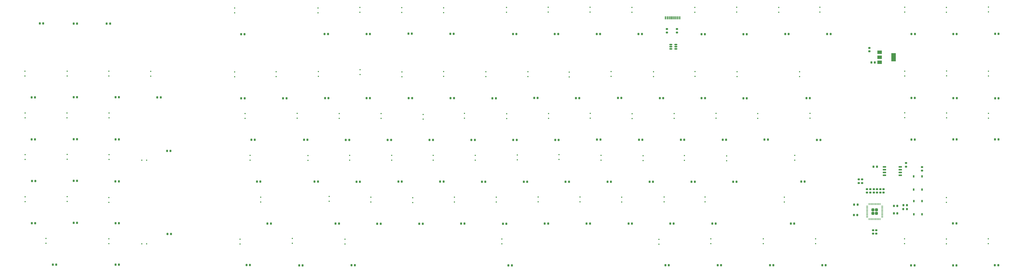
<source format=gbr>
%TF.GenerationSoftware,KiCad,Pcbnew,8.0.1-8.0.1-1~ubuntu22.04.1*%
%TF.CreationDate,2024-03-21T20:32:24+01:00*%
%TF.ProjectId,keyboard_pcb,6b657962-6f61-4726-945f-7063622e6b69,rev?*%
%TF.SameCoordinates,Original*%
%TF.FileFunction,Paste,Bot*%
%TF.FilePolarity,Positive*%
%FSLAX46Y46*%
G04 Gerber Fmt 4.6, Leading zero omitted, Abs format (unit mm)*
G04 Created by KiCad (PCBNEW 8.0.1-8.0.1-1~ubuntu22.04.1) date 2024-03-21 20:32:24*
%MOMM*%
%LPD*%
G01*
G04 APERTURE LIST*
G04 Aperture macros list*
%AMRoundRect*
0 Rectangle with rounded corners*
0 $1 Rounding radius*
0 $2 $3 $4 $5 $6 $7 $8 $9 X,Y pos of 4 corners*
0 Add a 4 corners polygon primitive as box body*
4,1,4,$2,$3,$4,$5,$6,$7,$8,$9,$2,$3,0*
0 Add four circle primitives for the rounded corners*
1,1,$1+$1,$2,$3*
1,1,$1+$1,$4,$5*
1,1,$1+$1,$6,$7*
1,1,$1+$1,$8,$9*
0 Add four rect primitives between the rounded corners*
20,1,$1+$1,$2,$3,$4,$5,0*
20,1,$1+$1,$4,$5,$6,$7,0*
20,1,$1+$1,$6,$7,$8,$9,0*
20,1,$1+$1,$8,$9,$2,$3,0*%
G04 Aperture macros list end*
%ADD10RoundRect,0.125000X-0.125000X0.125000X-0.125000X-0.125000X0.125000X-0.125000X0.125000X0.125000X0*%
%ADD11RoundRect,0.225000X-0.225000X-0.250000X0.225000X-0.250000X0.225000X0.250000X-0.225000X0.250000X0*%
%ADD12RoundRect,0.200000X0.275000X-0.200000X0.275000X0.200000X-0.275000X0.200000X-0.275000X-0.200000X0*%
%ADD13R,2.000000X1.500000*%
%ADD14R,2.000000X3.800000*%
%ADD15RoundRect,0.225000X0.225000X0.250000X-0.225000X0.250000X-0.225000X-0.250000X0.225000X-0.250000X0*%
%ADD16RoundRect,0.249999X0.395001X0.395001X-0.395001X0.395001X-0.395001X-0.395001X0.395001X-0.395001X0*%
%ADD17RoundRect,0.050000X0.387500X0.050000X-0.387500X0.050000X-0.387500X-0.050000X0.387500X-0.050000X0*%
%ADD18RoundRect,0.050000X0.050000X0.387500X-0.050000X0.387500X-0.050000X-0.387500X0.050000X-0.387500X0*%
%ADD19RoundRect,0.125000X-0.125000X-0.125000X0.125000X-0.125000X0.125000X0.125000X-0.125000X0.125000X0*%
%ADD20R,0.750000X1.000000*%
%ADD21RoundRect,0.225000X0.250000X-0.225000X0.250000X0.225000X-0.250000X0.225000X-0.250000X-0.225000X0*%
%ADD22RoundRect,0.225000X-0.250000X0.225000X-0.250000X-0.225000X0.250000X-0.225000X0.250000X0.225000X0*%
%ADD23RoundRect,0.150000X0.650000X0.150000X-0.650000X0.150000X-0.650000X-0.150000X0.650000X-0.150000X0*%
%ADD24RoundRect,0.200000X-0.275000X0.200000X-0.275000X-0.200000X0.275000X-0.200000X0.275000X0.200000X0*%
%ADD25R,0.600000X1.450000*%
%ADD26R,0.300000X1.450000*%
%ADD27RoundRect,0.150000X0.512500X0.150000X-0.512500X0.150000X-0.512500X-0.150000X0.512500X-0.150000X0*%
%ADD28RoundRect,0.200000X-0.200000X-0.275000X0.200000X-0.275000X0.200000X0.275000X-0.200000X0.275000X0*%
G04 APERTURE END LIST*
D10*
%TO.C,D_E92*%
X363860000Y-113530000D03*
X363860000Y-115730000D03*
%TD*%
D11*
%TO.C,C29*%
X100045000Y-182330000D03*
X101595000Y-182330000D03*
%TD*%
%TO.C,C46*%
X500260000Y-96330000D03*
X501810000Y-96330000D03*
%TD*%
D10*
%TO.C,D_E27*%
X220860000Y-132580000D03*
X220860000Y-134780000D03*
%TD*%
%TO.C,D_E20*%
X201760000Y-132480000D03*
X201760000Y-134680000D03*
%TD*%
D11*
%TO.C,C106*%
X295385000Y-182780000D03*
X296935000Y-182780000D03*
%TD*%
%TO.C,C9*%
X455060000Y-178755000D03*
X456610000Y-178755000D03*
%TD*%
D10*
%TO.C,D_E37*%
X249410000Y-113580000D03*
X249410000Y-115780000D03*
%TD*%
D11*
%TO.C,C85*%
X142745000Y-187405000D03*
X144295000Y-187405000D03*
%TD*%
D12*
%TO.C,R8*%
X478800000Y-156725000D03*
X478800000Y-155075000D03*
%TD*%
D11*
%TO.C,C117*%
X195335000Y-125580000D03*
X196885000Y-125580000D03*
%TD*%
%TO.C,C66*%
X395385000Y-144480000D03*
X396935000Y-144480000D03*
%TD*%
D10*
%TO.C,D_E71*%
X382760000Y-113380000D03*
X382760000Y-115580000D03*
%TD*%
%TO.C,D_E95*%
X478060000Y-189630000D03*
X478060000Y-191830000D03*
%TD*%
D11*
%TO.C,C27*%
X214210000Y-96280000D03*
X215760000Y-96280000D03*
%TD*%
D13*
%TO.C,U1*%
X466785000Y-109205000D03*
X466785000Y-106905000D03*
D14*
X473085000Y-106905000D03*
D13*
X466785000Y-104605000D03*
%TD*%
D10*
%TO.C,D_E63*%
X478210000Y-84130000D03*
X478210000Y-86330000D03*
%TD*%
%TO.C,D_E84*%
X435110000Y-132480000D03*
X435110000Y-134680000D03*
%TD*%
D15*
%TO.C,C10*%
X474825000Y-178050000D03*
X473275000Y-178050000D03*
%TD*%
D10*
%TO.C,D_E51*%
X423360000Y-170680000D03*
X423360000Y-172880000D03*
%TD*%
D11*
%TO.C,C59*%
X318960000Y-96305000D03*
X320510000Y-96305000D03*
%TD*%
D12*
%TO.C,R5*%
X486010000Y-158555000D03*
X486010000Y-156905000D03*
%TD*%
D10*
%TO.C,D_E59*%
X382660000Y-84180000D03*
X382660000Y-86380000D03*
%TD*%
D11*
%TO.C,C32*%
X519310000Y-96255000D03*
X520860000Y-96255000D03*
%TD*%
%TO.C,C78*%
X333435000Y-182630000D03*
X334985000Y-182630000D03*
%TD*%
%TO.C,C121*%
X304860000Y-163580000D03*
X306410000Y-163580000D03*
%TD*%
%TO.C,C56*%
X119070000Y-125105000D03*
X120620000Y-125105000D03*
%TD*%
%TO.C,C98*%
X84645000Y-91505000D03*
X86195000Y-91505000D03*
%TD*%
D10*
%TO.C,D_E107*%
X97070000Y-151180000D03*
X97070000Y-153380000D03*
%TD*%
D11*
%TO.C,C6*%
X455175000Y-174050000D03*
X456725000Y-174050000D03*
%TD*%
%TO.C,C25*%
X393060000Y-201630000D03*
X394610000Y-201630000D03*
%TD*%
%TO.C,C107*%
X323860000Y-163605000D03*
X325410000Y-163605000D03*
%TD*%
%TO.C,C58*%
X100070000Y-144205000D03*
X101620000Y-144205000D03*
%TD*%
%TO.C,C111*%
X500135000Y-182605000D03*
X501685000Y-182605000D03*
%TD*%
%TO.C,C124*%
X416860000Y-201630000D03*
X418410000Y-201630000D03*
%TD*%
D10*
%TO.C,D_E111*%
X97070000Y-170380000D03*
X97070000Y-172580000D03*
%TD*%
%TO.C,D_E42*%
X389960000Y-189630000D03*
X389960000Y-191830000D03*
%TD*%
D11*
%TO.C,C54*%
X500310000Y-125480000D03*
X501860000Y-125480000D03*
%TD*%
%TO.C,C39*%
X297860000Y-201730000D03*
X299410000Y-201730000D03*
%TD*%
D16*
%TO.C,U4*%
X465272500Y-178030000D03*
X465272500Y-176430000D03*
X463672500Y-178030000D03*
X463672500Y-176430000D03*
D17*
X467910000Y-174630000D03*
X467910000Y-175030000D03*
X467910000Y-175430000D03*
X467910000Y-175830000D03*
X467910000Y-176230000D03*
X467910000Y-176630000D03*
X467910000Y-177030000D03*
X467910000Y-177430000D03*
X467910000Y-177830000D03*
X467910000Y-178230000D03*
X467910000Y-178630000D03*
X467910000Y-179030000D03*
X467910000Y-179430000D03*
X467910000Y-179830000D03*
D18*
X467072500Y-180667500D03*
X466672500Y-180667500D03*
X466272500Y-180667500D03*
X465872500Y-180667500D03*
X465472500Y-180667500D03*
X465072500Y-180667500D03*
X464672500Y-180667500D03*
X464272500Y-180667500D03*
X463872500Y-180667500D03*
X463472500Y-180667500D03*
X463072500Y-180667500D03*
X462672500Y-180667500D03*
X462272500Y-180667500D03*
X461872500Y-180667500D03*
D17*
X461035000Y-179830000D03*
X461035000Y-179430000D03*
X461035000Y-179030000D03*
X461035000Y-178630000D03*
X461035000Y-178230000D03*
X461035000Y-177830000D03*
X461035000Y-177430000D03*
X461035000Y-177030000D03*
X461035000Y-176630000D03*
X461035000Y-176230000D03*
X461035000Y-175830000D03*
X461035000Y-175430000D03*
X461035000Y-175030000D03*
X461035000Y-174630000D03*
D18*
X461872500Y-173792500D03*
X462272500Y-173792500D03*
X462672500Y-173792500D03*
X463072500Y-173792500D03*
X463472500Y-173792500D03*
X463872500Y-173792500D03*
X464272500Y-173792500D03*
X464672500Y-173792500D03*
X465072500Y-173792500D03*
X465472500Y-173792500D03*
X465872500Y-173792500D03*
X466272500Y-173792500D03*
X466672500Y-173792500D03*
X467072500Y-173792500D03*
%TD*%
D11*
%TO.C,C71*%
X119045000Y-163455000D03*
X120595000Y-163455000D03*
%TD*%
D19*
%TO.C,D_E113*%
X131020000Y-191930000D03*
X133220000Y-191930000D03*
%TD*%
D11*
%TO.C,C23*%
X300060000Y-144555000D03*
X301610000Y-144555000D03*
%TD*%
D10*
%TO.C,D_E33*%
X244710000Y-151630000D03*
X244710000Y-153830000D03*
%TD*%
D11*
%TO.C,C74*%
X442910000Y-96305000D03*
X444460000Y-96305000D03*
%TD*%
D10*
%TO.C,D_E75*%
X287560000Y-113530000D03*
X287560000Y-115730000D03*
%TD*%
%TO.C,D_E101*%
X116020000Y-113280000D03*
X116020000Y-115480000D03*
%TD*%
D11*
%TO.C,C97*%
X481085000Y-201730000D03*
X482635000Y-201730000D03*
%TD*%
%TO.C,C99*%
X100020000Y-91530000D03*
X101570000Y-91530000D03*
%TD*%
D10*
%TO.C,D_E48*%
X349410000Y-170630000D03*
X349410000Y-172830000D03*
%TD*%
D11*
%TO.C,C103*%
X214410000Y-125555000D03*
X215960000Y-125555000D03*
%TD*%
D10*
%TO.C,D_E26*%
X225610000Y-151580000D03*
X225610000Y-153780000D03*
%TD*%
%TO.C,D_E18*%
X211210000Y-84480000D03*
X211210000Y-86680000D03*
%TD*%
D11*
%TO.C,C83*%
X500160000Y-201705000D03*
X501710000Y-201705000D03*
%TD*%
%TO.C,C101*%
X252335000Y-96180000D03*
X253885000Y-96180000D03*
%TD*%
%TO.C,C65*%
X242910000Y-144555000D03*
X244460000Y-144555000D03*
%TD*%
%TO.C,C33*%
X309585000Y-125455000D03*
X311135000Y-125455000D03*
%TD*%
D10*
%TO.C,D_E104*%
X97020000Y-132330000D03*
X97020000Y-134530000D03*
%TD*%
%TO.C,D_E21*%
X206660000Y-151680000D03*
X206660000Y-153880000D03*
%TD*%
%TO.C,D_E41*%
X366360000Y-189880000D03*
X366360000Y-192080000D03*
%TD*%
%TO.C,D_E83*%
X411260000Y-132580000D03*
X411260000Y-134780000D03*
%TD*%
D11*
%TO.C,C82*%
X381110000Y-163580000D03*
X382660000Y-163580000D03*
%TD*%
D10*
%TO.C,D_E69*%
X430310000Y-113530000D03*
X430310000Y-115730000D03*
%TD*%
D11*
%TO.C,C57*%
X81070000Y-163305000D03*
X82620000Y-163305000D03*
%TD*%
D10*
%TO.C,D_E52*%
X282760000Y-151630000D03*
X282760000Y-153830000D03*
%TD*%
D11*
%TO.C,C90*%
X204860000Y-144505000D03*
X206410000Y-144505000D03*
%TD*%
D10*
%TO.C,D_E72*%
X339960000Y-151580000D03*
X339960000Y-153780000D03*
%TD*%
D11*
%TO.C,C112*%
X115060000Y-91580000D03*
X116610000Y-91580000D03*
%TD*%
D10*
%TO.C,D_E89*%
X397110000Y-151880000D03*
X397110000Y-154080000D03*
%TD*%
D11*
%TO.C,C61*%
X271535000Y-125555000D03*
X273085000Y-125555000D03*
%TD*%
D10*
%TO.C,D_E22*%
X216260000Y-170330000D03*
X216260000Y-172530000D03*
%TD*%
D20*
%TO.C,SW_A13*%
X482260000Y-161155000D03*
X482260000Y-167155000D03*
X486010000Y-161155000D03*
X486010000Y-167155000D03*
%TD*%
D11*
%TO.C,C53*%
X369285000Y-201605000D03*
X370835000Y-201605000D03*
%TD*%
D10*
%TO.C,D_E46*%
X311360000Y-170580000D03*
X311360000Y-172780000D03*
%TD*%
D21*
%TO.C,C5*%
X464085000Y-168530000D03*
X464085000Y-166980000D03*
%TD*%
D11*
%TO.C,C31*%
X357060000Y-96305000D03*
X358610000Y-96305000D03*
%TD*%
%TO.C,C64*%
X352535000Y-182705000D03*
X354085000Y-182705000D03*
%TD*%
D10*
%TO.C,D_E76*%
X306710000Y-113530000D03*
X306710000Y-115730000D03*
%TD*%
D11*
%TO.C,C122*%
X319135000Y-144555000D03*
X320685000Y-144555000D03*
%TD*%
D22*
%TO.C,C7*%
X463765000Y-185720000D03*
X463765000Y-187270000D03*
%TD*%
D11*
%TO.C,C51*%
X261960000Y-144605000D03*
X263510000Y-144605000D03*
%TD*%
%TO.C,C115*%
X233285000Y-96280000D03*
X234835000Y-96280000D03*
%TD*%
%TO.C,C126*%
X519260000Y-144355000D03*
X520810000Y-144355000D03*
%TD*%
%TO.C,C34*%
X219210000Y-182680000D03*
X220760000Y-182680000D03*
%TD*%
%TO.C,C72*%
X119095000Y-182530000D03*
X120645000Y-182530000D03*
%TD*%
%TO.C,C108*%
X338160000Y-144430000D03*
X339710000Y-144430000D03*
%TD*%
D10*
%TO.C,D_E73*%
X344610000Y-113380000D03*
X344610000Y-115580000D03*
%TD*%
%TO.C,D_E110*%
X116070000Y-170780000D03*
X116070000Y-172980000D03*
%TD*%
%TO.C,D_E61*%
X420860000Y-84180000D03*
X420860000Y-86380000D03*
%TD*%
D11*
%TO.C,C102*%
X404785000Y-96355000D03*
X406335000Y-96355000D03*
%TD*%
D10*
%TO.C,D_E39*%
X263660000Y-151630000D03*
X263660000Y-153830000D03*
%TD*%
D11*
%TO.C,C77*%
X257310000Y-182755000D03*
X258860000Y-182755000D03*
%TD*%
D10*
%TO.C,D_E36*%
X268360000Y-84380000D03*
X268360000Y-86580000D03*
%TD*%
D11*
%TO.C,C116*%
X385710000Y-96380000D03*
X387260000Y-96380000D03*
%TD*%
%TO.C,C69*%
X519185000Y-201630000D03*
X520735000Y-201630000D03*
%TD*%
%TO.C,C44*%
X100070000Y-163180000D03*
X101620000Y-163180000D03*
%TD*%
D15*
%TO.C,C1*%
X464560000Y-109255000D03*
X463010000Y-109255000D03*
%TD*%
D11*
%TO.C,C86*%
X142545000Y-149580000D03*
X144095000Y-149580000D03*
%TD*%
D23*
%TO.C,U3*%
X476110000Y-156825000D03*
X476110000Y-158095000D03*
X476110000Y-159365000D03*
X476110000Y-160635000D03*
X468910000Y-160635000D03*
X468910000Y-159365000D03*
X468910000Y-158095000D03*
X468910000Y-156825000D03*
%TD*%
D10*
%TO.C,D_E97*%
X497110000Y-189680000D03*
X497110000Y-191880000D03*
%TD*%
D11*
%TO.C,C94*%
X357260000Y-144455000D03*
X358810000Y-144455000D03*
%TD*%
D24*
%TO.C,R6*%
X457300000Y-162525000D03*
X457300000Y-164175000D03*
%TD*%
D10*
%TO.C,D_E108*%
X116170000Y-151280000D03*
X116170000Y-153480000D03*
%TD*%
D11*
%TO.C,C104*%
X180885000Y-144505000D03*
X182435000Y-144505000D03*
%TD*%
%TO.C,C87*%
X271385000Y-96255000D03*
X272935000Y-96255000D03*
%TD*%
D10*
%TO.C,D_E85*%
X478160000Y-132230000D03*
X478160000Y-134430000D03*
%TD*%
D11*
%TO.C,C79*%
X223860000Y-144580000D03*
X225410000Y-144580000D03*
%TD*%
D19*
%TO.C,D_E109*%
X131020000Y-153830000D03*
X133220000Y-153830000D03*
%TD*%
D10*
%TO.C,D_E19*%
X192210000Y-113530000D03*
X192210000Y-115730000D03*
%TD*%
%TO.C,D_E17*%
X175760000Y-189780000D03*
X175760000Y-191980000D03*
%TD*%
%TO.C,D_E43*%
X413860000Y-189630000D03*
X413860000Y-191830000D03*
%TD*%
D11*
%TO.C,C18*%
X176285000Y-125605000D03*
X177835000Y-125605000D03*
%TD*%
D10*
%TO.C,D_E80*%
X354160000Y-132630000D03*
X354160000Y-134830000D03*
%TD*%
D11*
%TO.C,C55*%
X80895000Y-125180000D03*
X82445000Y-125180000D03*
%TD*%
%TO.C,C119*%
X178710000Y-201555000D03*
X180260000Y-201555000D03*
%TD*%
%TO.C,C42*%
X138095000Y-125180000D03*
X139645000Y-125180000D03*
%TD*%
D10*
%TO.C,D_E28*%
X211360000Y-113430000D03*
X211360000Y-115630000D03*
%TD*%
D11*
%TO.C,C89*%
X233335000Y-125555000D03*
X234885000Y-125555000D03*
%TD*%
D15*
%TO.C,C12*%
X479175000Y-174250000D03*
X477625000Y-174250000D03*
%TD*%
D22*
%TO.C,C14*%
X465550000Y-166975000D03*
X465550000Y-168525000D03*
%TD*%
D11*
%TO.C,C96*%
X362060000Y-163630000D03*
X363610000Y-163630000D03*
%TD*%
D24*
%TO.C,R3*%
X369950000Y-94005000D03*
X369950000Y-95655000D03*
%TD*%
D10*
%TO.C,D_E94*%
X301910000Y-151430000D03*
X301910000Y-153630000D03*
%TD*%
%TO.C,D_E90*%
X377960000Y-151680000D03*
X377960000Y-153880000D03*
%TD*%
%TO.C,D_E67*%
X497260000Y-113180000D03*
X497260000Y-115380000D03*
%TD*%
D11*
%TO.C,C47*%
X290585000Y-125580000D03*
X292135000Y-125580000D03*
%TD*%
D10*
%TO.C,D_E81*%
X373260000Y-132580000D03*
X373260000Y-134780000D03*
%TD*%
D11*
%TO.C,C60*%
X481260000Y-96280000D03*
X482810000Y-96280000D03*
%TD*%
%TO.C,C48*%
X188210000Y-182630000D03*
X189760000Y-182630000D03*
%TD*%
D10*
%TO.C,D_E54*%
X268410000Y-113430000D03*
X268410000Y-115630000D03*
%TD*%
%TO.C,D_E91*%
X359160000Y-151780000D03*
X359160000Y-153980000D03*
%TD*%
%TO.C,D_E102*%
X135120000Y-113330000D03*
X135120000Y-115530000D03*
%TD*%
D11*
%TO.C,C38*%
X366760000Y-125530000D03*
X368310000Y-125530000D03*
%TD*%
D21*
%TO.C,C11*%
X465250000Y-187275000D03*
X465250000Y-185725000D03*
%TD*%
D10*
%TO.C,D_E44*%
X437610000Y-189630000D03*
X437610000Y-191830000D03*
%TD*%
%TO.C,D_E29*%
X230260000Y-84230000D03*
X230260000Y-86430000D03*
%TD*%
D11*
%TO.C,C49*%
X247760000Y-163555000D03*
X249310000Y-163555000D03*
%TD*%
D10*
%TO.C,D_E50*%
X387310000Y-170530000D03*
X387310000Y-172730000D03*
%TD*%
%TO.C,D_E24*%
X223460000Y-189780000D03*
X223460000Y-191980000D03*
%TD*%
%TO.C,D_E23*%
X199560000Y-189480000D03*
X199560000Y-191680000D03*
%TD*%
D24*
%TO.C,R2*%
X458800000Y-162525000D03*
X458800000Y-164175000D03*
%TD*%
D10*
%TO.C,D_E79*%
X335060000Y-132480000D03*
X335060000Y-134680000D03*
%TD*%
D20*
%TO.C,SW_A12*%
X486075000Y-178450000D03*
X486075000Y-172450000D03*
X482325000Y-178450000D03*
X482325000Y-172450000D03*
%TD*%
D11*
%TO.C,C88*%
X423835000Y-96305000D03*
X425385000Y-96305000D03*
%TD*%
D25*
%TO.C,J1*%
X369300000Y-88945000D03*
X370100000Y-88945000D03*
D26*
X371300000Y-88945000D03*
X372300000Y-88945000D03*
X372800000Y-88945000D03*
X373800000Y-88945000D03*
D25*
X375000000Y-88945000D03*
X375800000Y-88945000D03*
X375800000Y-88945000D03*
X375000000Y-88945000D03*
D26*
X374300000Y-88945000D03*
X373300000Y-88945000D03*
X371800000Y-88945000D03*
X370800000Y-88945000D03*
D25*
X370100000Y-88945000D03*
X369300000Y-88945000D03*
%TD*%
D11*
%TO.C,C125*%
X500235000Y-144330000D03*
X501785000Y-144330000D03*
%TD*%
%TO.C,C92*%
X314385000Y-182655000D03*
X315935000Y-182655000D03*
%TD*%
%TO.C,C67*%
X426335000Y-182680000D03*
X427885000Y-182680000D03*
%TD*%
%TO.C,C62*%
X209635000Y-163530000D03*
X211185000Y-163530000D03*
%TD*%
D10*
%TO.C,D_E70*%
X401910000Y-113530000D03*
X401910000Y-115730000D03*
%TD*%
%TO.C,D_E105*%
X77920000Y-132280000D03*
X77920000Y-134480000D03*
%TD*%
D11*
%TO.C,C105*%
X202635000Y-201755000D03*
X204185000Y-201755000D03*
%TD*%
D10*
%TO.C,D_E56*%
X315960000Y-84130000D03*
X315960000Y-86330000D03*
%TD*%
D11*
%TO.C,C50*%
X371510000Y-182655000D03*
X373060000Y-182655000D03*
%TD*%
%TO.C,C81*%
X431110000Y-163555000D03*
X432660000Y-163555000D03*
%TD*%
%TO.C,C93*%
X342960000Y-163630000D03*
X344510000Y-163630000D03*
%TD*%
%TO.C,C52*%
X414360000Y-144405000D03*
X415910000Y-144405000D03*
%TD*%
D10*
%TO.C,D_E68*%
X478210000Y-113230000D03*
X478210000Y-115430000D03*
%TD*%
D11*
%TO.C,C109*%
X433435000Y-125555000D03*
X434985000Y-125555000D03*
%TD*%
%TO.C,C24*%
X385760000Y-125530000D03*
X387310000Y-125530000D03*
%TD*%
%TO.C,C110*%
X440660000Y-201655000D03*
X442210000Y-201655000D03*
%TD*%
%TO.C,C28*%
X80920000Y-144305000D03*
X82470000Y-144305000D03*
%TD*%
D10*
%TO.C,D_E34*%
X254310000Y-170880000D03*
X254310000Y-173080000D03*
%TD*%
%TO.C,D_E106*%
X77970000Y-151280000D03*
X77970000Y-153480000D03*
%TD*%
D11*
%TO.C,C22*%
X400110000Y-163580000D03*
X401660000Y-163580000D03*
%TD*%
D10*
%TO.C,D_E88*%
X428160000Y-151580000D03*
X428160000Y-153780000D03*
%TD*%
%TO.C,D_E77*%
X297060000Y-132630000D03*
X297060000Y-134830000D03*
%TD*%
%TO.C,D_E64*%
X497160000Y-84230000D03*
X497160000Y-86430000D03*
%TD*%
D11*
%TO.C,C20*%
X238185000Y-182730000D03*
X239735000Y-182730000D03*
%TD*%
%TO.C,C45*%
X338035000Y-96305000D03*
X339585000Y-96305000D03*
%TD*%
%TO.C,C3*%
X176260000Y-96355000D03*
X177810000Y-96355000D03*
%TD*%
D10*
%TO.C,D_E40*%
X273310000Y-170630000D03*
X273310000Y-172830000D03*
%TD*%
D11*
%TO.C,C123*%
X404785000Y-125580000D03*
X406335000Y-125580000D03*
%TD*%
D10*
%TO.C,D_E30*%
X249360000Y-84280000D03*
X249360000Y-86480000D03*
%TD*%
%TO.C,D_E62*%
X439610000Y-84080000D03*
X439610000Y-86280000D03*
%TD*%
D11*
%TO.C,C19*%
X328585000Y-125555000D03*
X330135000Y-125555000D03*
%TD*%
D21*
%TO.C,C4*%
X468500000Y-168525000D03*
X468500000Y-166975000D03*
%TD*%
D11*
%TO.C,C68*%
X481210000Y-125455000D03*
X482760000Y-125455000D03*
%TD*%
%TO.C,C35*%
X266785000Y-163555000D03*
X268335000Y-163555000D03*
%TD*%
%TO.C,C118*%
X347710000Y-125455000D03*
X349260000Y-125455000D03*
%TD*%
%TO.C,C21*%
X285810000Y-163580000D03*
X287360000Y-163580000D03*
%TD*%
%TO.C,C43*%
X81020000Y-182480000D03*
X82570000Y-182480000D03*
%TD*%
D10*
%TO.C,D_E87*%
X516260000Y-132480000D03*
X516260000Y-134680000D03*
%TD*%
D11*
%TO.C,C95*%
X438235000Y-144555000D03*
X439785000Y-144555000D03*
%TD*%
D10*
%TO.C,D_E58*%
X354060000Y-84230000D03*
X354060000Y-86430000D03*
%TD*%
D11*
%TO.C,C91*%
X226435000Y-201605000D03*
X227985000Y-201605000D03*
%TD*%
D10*
%TO.C,D_E55*%
X296960000Y-84230000D03*
X296960000Y-86430000D03*
%TD*%
D11*
%TO.C,C76*%
X183435000Y-163555000D03*
X184985000Y-163555000D03*
%TD*%
%TO.C,C63*%
X228760000Y-163605000D03*
X230310000Y-163605000D03*
%TD*%
D10*
%TO.C,D_E78*%
X316110000Y-132530000D03*
X316110000Y-134730000D03*
%TD*%
%TO.C,D_E96*%
X497160000Y-170830000D03*
X497160000Y-173030000D03*
%TD*%
%TO.C,D_E114*%
X87470000Y-189480000D03*
X87470000Y-191680000D03*
%TD*%
D27*
%TO.C,U2*%
X374022500Y-101155000D03*
X374022500Y-102105000D03*
X374022500Y-103055000D03*
X371747500Y-103055000D03*
X371747500Y-102105000D03*
X371747500Y-101155000D03*
%TD*%
D21*
%TO.C,C2*%
X462110000Y-104205000D03*
X462110000Y-102655000D03*
%TD*%
D10*
%TO.C,D_E31*%
X230350000Y-112600000D03*
X230350000Y-114800000D03*
%TD*%
%TO.C,D_E16*%
X185160000Y-170680000D03*
X185160000Y-172880000D03*
%TD*%
%TO.C,D_E60*%
X401710000Y-84130000D03*
X401710000Y-86330000D03*
%TD*%
D11*
%TO.C,C80*%
X376335000Y-144480000D03*
X377885000Y-144480000D03*
%TD*%
D10*
%TO.C,D_E53*%
X277860000Y-132480000D03*
X277860000Y-134680000D03*
%TD*%
%TO.C,D_E100*%
X97070000Y-113280000D03*
X97070000Y-115480000D03*
%TD*%
%TO.C,D_E35*%
X294860000Y-189680000D03*
X294860000Y-191880000D03*
%TD*%
D11*
%TO.C,C70*%
X119095000Y-144280000D03*
X120645000Y-144280000D03*
%TD*%
%TO.C,C36*%
X390610000Y-182705000D03*
X392160000Y-182705000D03*
%TD*%
D10*
%TO.C,D_E115*%
X116070000Y-189630000D03*
X116070000Y-191830000D03*
%TD*%
%TO.C,D_E66*%
X516310000Y-113230000D03*
X516310000Y-115430000D03*
%TD*%
D11*
%TO.C,C30*%
X90545000Y-201380000D03*
X92095000Y-201380000D03*
%TD*%
D15*
%TO.C,C8*%
X465525000Y-156800000D03*
X463975000Y-156800000D03*
%TD*%
D11*
%TO.C,C26*%
X481210000Y-144430000D03*
X482760000Y-144430000D03*
%TD*%
D10*
%TO.C,D_E14*%
X178010000Y-132530000D03*
X178010000Y-134730000D03*
%TD*%
%TO.C,D_E25*%
X235260000Y-170680000D03*
X235260000Y-172880000D03*
%TD*%
%TO.C,D_E93*%
X320860000Y-151280000D03*
X320860000Y-153480000D03*
%TD*%
%TO.C,D_E45*%
X292360000Y-170630000D03*
X292360000Y-172830000D03*
%TD*%
D22*
%TO.C,C13*%
X467050000Y-166975000D03*
X467050000Y-168525000D03*
%TD*%
D11*
%TO.C,C73*%
X299935000Y-96330000D03*
X301485000Y-96330000D03*
%TD*%
D10*
%TO.C,D_E15*%
X180360000Y-151580000D03*
X180360000Y-153780000D03*
%TD*%
D15*
%TO.C,C15*%
X474825000Y-174650000D03*
X473275000Y-174650000D03*
%TD*%
D10*
%TO.C,D_E99*%
X77870000Y-113230000D03*
X77870000Y-115430000D03*
%TD*%
D22*
%TO.C,C16*%
X460960000Y-166980000D03*
X460960000Y-168530000D03*
%TD*%
D10*
%TO.C,D_E12*%
X173260000Y-84480000D03*
X173260000Y-86680000D03*
%TD*%
%TO.C,D_E49*%
X368710000Y-170530000D03*
X368710000Y-172730000D03*
%TD*%
%TO.C,D_E103*%
X116170000Y-132330000D03*
X116170000Y-134530000D03*
%TD*%
%TO.C,D_E112*%
X77920000Y-170480000D03*
X77920000Y-172680000D03*
%TD*%
D11*
%TO.C,C120*%
X276335000Y-182705000D03*
X277885000Y-182705000D03*
%TD*%
D10*
%TO.C,D_E32*%
X239910000Y-132580000D03*
X239910000Y-134780000D03*
%TD*%
D11*
%TO.C,C37*%
X281010000Y-144530000D03*
X282560000Y-144530000D03*
%TD*%
D22*
%TO.C,C17*%
X462485000Y-166980000D03*
X462485000Y-168530000D03*
%TD*%
D10*
%TO.C,D_E74*%
X325560000Y-113630000D03*
X325560000Y-115830000D03*
%TD*%
D11*
%TO.C,C41*%
X100020000Y-125130000D03*
X101570000Y-125130000D03*
%TD*%
D10*
%TO.C,D_E13*%
X173260000Y-113580000D03*
X173260000Y-115780000D03*
%TD*%
D24*
%TO.C,R4*%
X374550000Y-94025000D03*
X374550000Y-95675000D03*
%TD*%
D11*
%TO.C,C75*%
X252485000Y-125530000D03*
X254035000Y-125530000D03*
%TD*%
D10*
%TO.C,D_E57*%
X335010000Y-84080000D03*
X335010000Y-86280000D03*
%TD*%
%TO.C,D_E38*%
X259060000Y-132930000D03*
X259060000Y-135130000D03*
%TD*%
D28*
%TO.C,R7*%
X477525000Y-176050000D03*
X479175000Y-176050000D03*
%TD*%
D11*
%TO.C,C84*%
X119095000Y-201355000D03*
X120645000Y-201355000D03*
%TD*%
D10*
%TO.C,D_E65*%
X516260000Y-84030000D03*
X516260000Y-86230000D03*
%TD*%
%TO.C,D_E47*%
X330410000Y-170580000D03*
X330410000Y-172780000D03*
%TD*%
%TO.C,D_E98*%
X516160000Y-189630000D03*
X516160000Y-191830000D03*
%TD*%
%TO.C,D_E82*%
X392360000Y-132430000D03*
X392360000Y-134630000D03*
%TD*%
%TO.C,D_E86*%
X497210000Y-132330000D03*
X497210000Y-134530000D03*
%TD*%
D11*
%TO.C,C40*%
X519335000Y-125580000D03*
X520885000Y-125580000D03*
%TD*%
M02*

</source>
